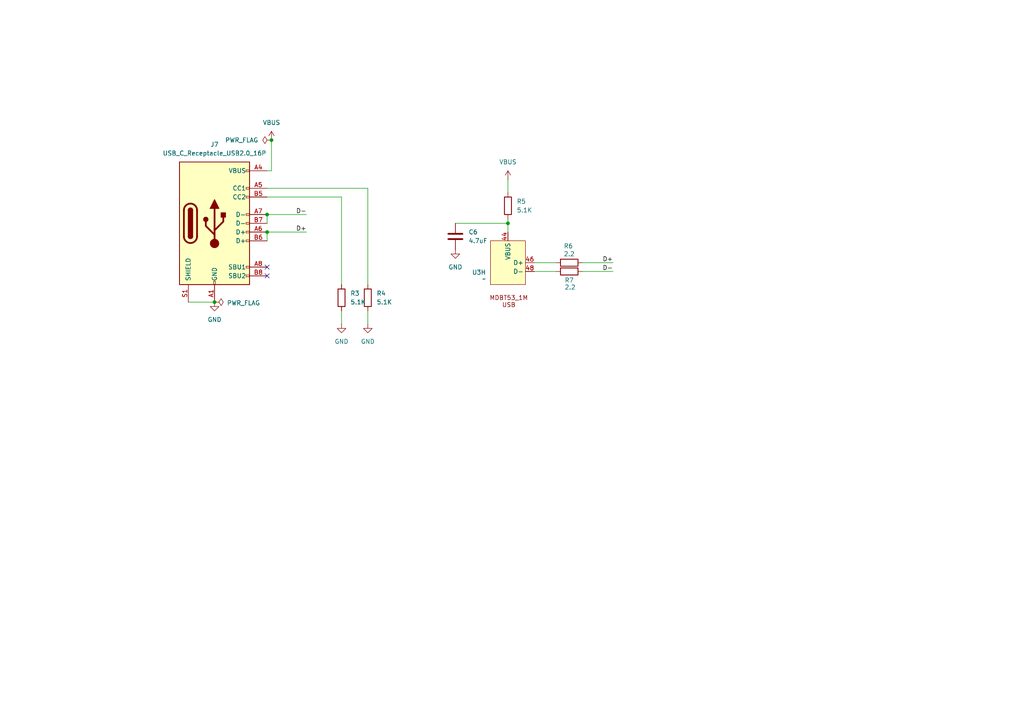
<source format=kicad_sch>
(kicad_sch (version 20231120) (generator "eeschema") (generator_version "8.0")
  (paper "A4")
  (lib_symbols
    (symbol "Connector:USB_C_Receptacle_USB2.0_16P" (pin_names (offset 1.016))
      (property "Reference" "J" (at 0 22.225 0))
      (property "Value" "USB_C_Receptacle_USB2.0_16P" (at 0 19.685 0))
      (symbol "USB_C_Receptacle_USB2.0_16P_0_0"
        (rectangle (start -0.254 -17.78) (end 0.254 -16.764))
        (rectangle (start 10.16 -14.986) (end 9.144 -15.494))
        (rectangle (start 10.16 -12.446) (end 9.144 -12.954))
        (rectangle (start 10.16 -4.826) (end 9.144 -5.334))
        (rectangle (start 10.16 -2.286) (end 9.144 -2.794))
        (rectangle (start 10.16 0.254) (end 9.144 -0.254))
        (rectangle (start 10.16 2.794) (end 9.144 2.286))
        (rectangle (start 10.16 7.874) (end 9.144 7.366))
        (rectangle (start 10.16 10.414) (end 9.144 9.906))
        (rectangle (start 10.16 15.494) (end 9.144 14.986))
      )
      (symbol "USB_C_Receptacle_USB2.0_16P_0_1"
        (rectangle (start -10.16 17.78) (end 10.16 -17.78) (stroke (width 0.254)) (fill (type background)))
        (arc (start -8.89 -3.81) (mid -6.985 -5.7067) (end -5.08 -3.81) (stroke (width 0.508)))
        (arc (start -7.62 -3.81) (mid -6.985 -4.4423) (end -6.35 -3.81) (stroke (width 0.254)))
        (arc (start -7.62 -3.81) (mid -6.985 -4.4423) (end -6.35 -3.81) (stroke (width 0.254)) (fill (type outline)))
        (rectangle (start -7.62 -3.81) (end -6.35 3.81) (stroke (width 0.254)) (fill (type outline)))
        (arc (start -6.35 3.81) (mid -6.985 4.4423) (end -7.62 3.81) (stroke (width 0.254)))
        (arc (start -6.35 3.81) (mid -6.985 4.4423) (end -7.62 3.81) (stroke (width 0.254)) (fill (type outline)))
        (arc (start -5.08 3.81) (mid -6.985 5.7067) (end -8.89 3.81) (stroke (width 0.508)))
        (circle (center -2.54 1.143) (radius 0.635) (stroke (width 0.254)) (fill (type outline)))
        (circle (center 0 -5.842) (radius 1.27) (fill (type outline)))
        (polyline (pts (xy -8.89 -3.81) (xy -8.89 3.81)) (stroke (width 0.508)))
        (polyline (pts (xy -5.08 3.81) (xy -5.08 -3.81)) (stroke (width 0.508)))
        (polyline (pts (xy 0 -5.842) (xy 0 4.318)) (stroke (width 0.508)))
        (polyline (pts (xy 0 -3.302) (xy -2.54 -0.762) (xy -2.54 0.508)) (stroke (width 0.508)))
        (polyline (pts (xy 0 -2.032) (xy 2.54 0.508) (xy 2.54 1.778)) (stroke (width 0.508)))
        (polyline (pts (xy -1.27 4.318) (xy 0 6.858) (xy 1.27 4.318) (xy -1.27 4.318)) (stroke (width 0.254)) (fill (type outline)))
        (rectangle (start 1.905 1.778) (end 3.175 3.048) (stroke (width 0.254)) (fill (type outline)))
      )
      (symbol "USB_C_Receptacle_USB2.0_16P_1_1"
        (pin passive line (at 0 -22.86 90) (length 5.08) (name "GND") (number "A1"))
        (pin passive line (at 0 -22.86 90) (length 5.08) hide (name "GND") (number "A12"))
        (pin passive line (at 15.24 15.24 180) (length 5.08) (name "VBUS") (number "A4"))
        (pin bidirectional line (at 15.24 10.16 180) (length 5.08) (name "CC1") (number "A5"))
        (pin bidirectional line (at 15.24 -2.54 180) (length 5.08) (name "D+") (number "A6"))
        (pin bidirectional line (at 15.24 2.54 180) (length 5.08) (name "D-") (number "A7"))
        (pin bidirectional line (at 15.24 -12.7 180) (length 5.08) (name "SBU1") (number "A8"))
        (pin passive line (at 15.24 15.24 180) (length 5.08) hide (name "VBUS") (number "A9"))
        (pin passive line (at 0 -22.86 90) (length 5.08) hide (name "GND") (number "B1"))
        (pin passive line (at 0 -22.86 90) (length 5.08) hide (name "GND") (number "B12"))
        (pin passive line (at 15.24 15.24 180) (length 5.08) hide (name "VBUS") (number "B4"))
        (pin bidirectional line (at 15.24 7.62 180) (length 5.08) (name "CC2") (number "B5"))
        (pin bidirectional line (at 15.24 -5.08 180) (length 5.08) (name "D+") (number "B6"))
        (pin bidirectional line (at 15.24 0 180) (length 5.08) (name "D-") (number "B7"))
        (pin bidirectional line (at 15.24 -15.24 180) (length 5.08) (name "SBU2") (number "B8"))
        (pin passive line (at 15.24 15.24 180) (length 5.08) hide (name "VBUS") (number "B9"))
        (pin passive line (at -7.62 -22.86 90) (length 5.08) (name "SHIELD") (number "S1"))
      )
    )
    (symbol "David Brown Keyboard Parts:MDBT53_1M"
      (property "Reference" "U" (at 0 37.592 0))
      (symbol "MDBT53_1M_1_1"
        (rectangle (start -8.89 12.7) (end 11.43 -12.7) (fill (type background)))
        (text "MDBT53_1M\nPOWER" (at 0 2.032 0) (effects (font (size 1.27 1.27))))
        (pin power_in line (at -5.08 -15.24 90) (length 2.54) (name "GND1") (number "1"))
        (pin power_in line (at -2.54 -15.24 90) (length 2.54) (name "GND2") (number "24"))
        (pin power_in line (at -3.81 15.24 270) (length 2.54) (name "VDD") (number "38"))
        (pin power_in line (at 0 15.24 270) (length 2.54) (name "DCCH") (number "40"))
        (pin power_in line (at 3.81 15.24 270) (length 2.54) (name "VDDH") (number "41"))
        (pin power_in line (at 0 -15.24 90) (length 2.54) (name "GND3") (number "42"))
        (pin bidirectional line (at 13.97 5.08 180) (length 2.54) (name "DCCD") (number "50"))
        (pin bidirectional line (at 13.97 2.54 180) (length 2.54) (name "DECD") (number "52"))
        (pin bidirectional line (at 13.97 -2.54 180) (length 2.54) (name "DCC") (number "54"))
        (pin bidirectional line (at 13.97 -5.08 180) (length 2.54) (name "DECR") (number "58"))
        (pin power_in line (at 2.54 -15.24 90) (length 2.54) (name "GND4") (number "61"))
      )
      (symbol "MDBT53_1M_2_1"
        (rectangle (start -6.35 5.08) (end 6.35 -2.54) (fill (type background)))
        (text "MDBG53_1V_Clock\n" (at 0 10.414 0) (effects (font (size 1.27 1.27))))
        (pin bidirectional line (at -8.89 2.54 0) (length 2.54) (name "XL1/P0.00") (number "34"))
        (pin bidirectional line (at -8.89 0 0) (length 2.54) (name "XL2/P0.01") (number "36"))
      )
      (symbol "MDBT53_1M_3_1"
        (rectangle (start -8.89 12.7) (end 10.16 -12.7) (fill (type background)))
        (text "MDBT53_1M\nSWD" (at 0 6.604 0) (effects (font (size 1.27 1.27))))
        (pin power_in line (at 0 -15.24 90) (length 2.54) (name "GND1") (number "1"))
        (pin output line (at 12.7 -2.54 180) (length 2.54) (name "TRACEDATA0/P0.11") (number "17"))
        (pin input line (at 12.7 2.54 180) (length 2.54) (name "SWDCLK") (number "2"))
        (pin bidirectional line (at 12.7 0 180) (length 2.54) (name "SWDIO") (number "4"))
        (pin input line (at -11.43 0 0) (length 2.54) (name "RESET") (number "6"))
      )
      (symbol "MDBT53_1M_4_1"
        (rectangle (start -10.16 10.16) (end 10.16 -11.43) (fill (type background)))
        (text "MDBT53_1M\nQSPI" (at 0 16.51 0) (effects (font (size 1.27 1.27))))
        (pin output line (at 10.16 5.08 180) (length 2.54) (name "QSPI_CSN/P0.18") (number "16"))
        (pin output line (at 10.16 0 180) (length 2.54) (name "QSPI_0/P0.13") (number "21"))
        (pin output line (at 10.16 -5.08 180) (length 2.54) (name "QSPI_2/P0.15") (number "23"))
        (pin output line (at 10.16 7.62 180) (length 2.54) (name "QSPI_SCK/P0.17") (number "26"))
        (pin output line (at 10.16 -2.54 180) (length 2.54) (name "QSPI_1/P0.14") (number "27"))
        (pin output line (at 10.16 -7.62 180) (length 2.54) (name "QSPI_3/P0.16") (number "28"))
      )
      (symbol "MDBT53_1M_5_0"
        (pin bidirectional line (at 12.7 -20.32 180) (length 2.54) (name "P0.21") (number "12"))
        (pin bidirectional line (at 12.7 -17.78 180) (length 2.54) (name "P0.20") (number "13"))
        (pin bidirectional line (at 12.7 -15.24 180) (length 2.54) (name "P0.19") (number "14"))
        (pin bidirectional line (at 12.7 2.54 180) (length 2.54) (name "P0.12") (number "15"))
        (pin bidirectional line (at 12.7 7.62 180) (length 2.54) (name "P0.10") (number "18"))
        (pin bidirectional line (at 12.7 10.16 180) (length 2.54) (name "P0.09") (number "19"))
        (pin bidirectional line (at 12.7 -22.86 180) (length 2.54) (name "P0.22") (number "25"))
        (pin bidirectional line (at 12.7 12.7 180) (length 2.54) (name "P0.08") (number "29"))
        (pin bidirectional line (at 12.7 25.4 180) (length 2.54) (name "P0.03") (number "30"))
        (pin bidirectional line (at 12.7 27.94 180) (length 2.54) (name "P0.02") (number "32"))
        (pin bidirectional line (at 12.7 -45.72 180) (length 2.54) (name "P0.31") (number "56"))
        (pin bidirectional line (at 12.7 -43.18 180) (length 2.54) (name "P0.30") (number "57"))
        (pin bidirectional line (at 12.7 -25.4 180) (length 2.54) (name "P0.23") (number "62"))
        (pin bidirectional line (at 12.7 -40.64 180) (length 2.54) (name "P0.29") (number "65"))
        (pin bidirectional line (at 12.7 -27.94 180) (length 2.54) (name "P0.24") (number "8"))
      )
      (symbol "MDBT53_1M_5_1"
        (rectangle (start -10.16 35.56) (end 10.16 -48.26) (fill (type background)))
        (text "MDBT53_1M\nGPIO0" (at 0.254 41.148 0) (effects (font (size 1.27 1.27))))
        (text "P0.00 Unit B\nP0.01 Unit B" (at 2.54 31.75 0) (effects (font (size 1.27 1.27))))
        (text "P0.04 Unit G\nP0.05 Unit G\nP0.06 Unit G\nP0.07 Unit G" (at 2.54 19.304 0) (effects (font (size 1.27 1.27))))
        (text "P0.11 Unit C" (at 3.048 5.08 0) (effects (font (size 1.27 1.27))))
        (text "P0.13 Unit D\nP0.14 Unit D\nP0.15 Unit D\nP0.16 Unit D\nP0.17 Unit D\nP0.18 Unit D" (at 2.794 -7.62 0) (effects (font (size 1.27 1.27))))
        (text "P0.25 Unit G\nP0.26 Unit G\nP0.27 Unit G\nP0.28 Unit G" (at 3.048 -34.29 0) (effects (font (size 1.27 1.27))))
      )
      (symbol "MDBT53_1M_6_0"
        (pin bidirectional line (at 12.7 2.54 180) (length 2.54) (name "P1.06") (number "10"))
        (pin bidirectional line (at 12.7 7.62 180) (length 2.54) (name "P1.04") (number "11"))
        (pin bidirectional line (at 12.7 5.08 180) (length 2.54) (name "P1.05") (number "22"))
        (pin bidirectional line (at 12.7 -2.54 180) (length 2.54) (name "P1.08") (number "3"))
        (pin bidirectional line (at 12.7 10.16 180) (length 2.54) (name "P1.03") (number "31"))
        (pin bidirectional line (at 12.7 12.7 180) (length 2.54) (name "P1.02") (number "33"))
        (pin bidirectional line (at 12.7 15.24 180) (length 2.54) (name "P1.01") (number "43"))
        (pin bidirectional line (at 12.7 17.78 180) (length 2.54) (name "P1.00") (number "45"))
        (pin bidirectional line (at 12.7 -20.32 180) (length 2.54) (name "P1.15") (number "47"))
        (pin bidirectional line (at 12.7 -17.78 180) (length 2.54) (name "P1.14") (number "49"))
        (pin bidirectional line (at 12.7 -15.24 180) (length 2.54) (name "P1.13") (number "51"))
        (pin bidirectional line (at 12.7 -12.7 180) (length 2.54) (name "P1.12") (number "53"))
        (pin bidirectional line (at 12.7 -10.16 180) (length 2.54) (name "P1.11") (number "55"))
        (pin bidirectional line (at 12.7 -7.62 180) (length 2.54) (name "P1.10") (number "59"))
        (pin bidirectional line (at 12.7 0 180) (length 2.54) (name "P1.07") (number "63"))
        (pin bidirectional line (at 12.7 -5.08 180) (length 2.54) (name "P1.09") (number "64"))
      )
      (symbol "MDBT53_1M_6_1"
        (rectangle (start -10.16 20.32) (end 10.16 -22.86) (fill (type background)))
        (text "MDBT53_1M\nGPIO1" (at 0.508 27.686 0) (effects (font (size 1.27 1.27))))
      )
      (symbol "MDBT53_1M_7_0"
        (pin input line (at -12.7 0 0) (length 2.54) (name "AIN3/P0.07") (number "20"))
        (pin input line (at -12.7 2.54 0) (length 2.54) (name "AIN2/P0.06") (number "35"))
        (pin input line (at -12.7 7.62 0) (length 2.54) (name "AIN0/P0.04") (number "37"))
        (pin input line (at -12.7 5.08 0) (length 2.54) (name "AIN1/P0.05") (number "39"))
        (pin input line (at -12.7 -7.62 0) (length 2.54) (name "AIN6/P0.27") (number "5"))
        (pin input line (at -12.7 -10.16 0) (length 2.54) (name "AIN7/P0.28") (number "60"))
        (pin input line (at -12.7 -5.08 0) (length 2.54) (name "AIN5/P0.26") (number "7"))
        (pin input line (at -12.7 -2.54 0) (length 2.54) (name "AIN4/P0.25") (number "9"))
      )
      (symbol "MDBT53_1M_7_1"
        (rectangle (start -10.16 10.16) (end 10.16 -12.7) (fill (type background)))
        (text "MDBT53_1M\nAIN" (at -0.254 16.256 0) (effects (font (size 1.27 1.27))))
      )
      (symbol "MDBT53_1M_8_0"
        (pin power_out line (at 0 8.89 270) (length 2.54) (name "VBUS") (number "44"))
        (pin input line (at 7.62 0 180) (length 2.54) (name "D+") (number "46"))
        (pin input line (at 7.62 -2.54 180) (length 2.54) (name "D-") (number "48"))
      )
      (symbol "MDBT53_1M_8_1"
        (rectangle (start -5.08 6.35) (end 5.08 -6.35) (fill (type background)))
        (text "MDBT53_1M\nUSB" (at 0.254 -11.176 0) (effects (font (size 1.27 1.27))))
      )
    )
    (symbol "Device:C" (pin_numbers hide) (pin_names (offset 0.254))
      (property "Reference" "C" (at 0.635 2.54 0))
      (property "Value" "C" (at 0.635 -2.54 0))
      (symbol "C_0_1"
        (polyline (pts (xy -2.032 -0.762) (xy 2.032 -0.762)) (stroke (width 0.508)))
        (polyline (pts (xy -2.032 0.762) (xy 2.032 0.762)) (stroke (width 0.508)))
      )
      (symbol "C_1_1"
        (pin passive line (at 0 3.81 270) (length 2.794) (name "~") (number "1"))
        (pin passive line (at 0 -3.81 90) (length 2.794) (name "~") (number "2"))
      )
    )
    (symbol "Device:R" (pin_numbers hide) (pin_names (offset 0))
      (property "Reference" "R" (at 2.032 0 90))
      (property "Value" "R" (at 0 0 90))
      (symbol "R_0_1"
        (rectangle (start -1.016 -2.54) (end 1.016 2.54) (stroke (width 0.254)))
      )
      (symbol "R_1_1"
        (pin passive line (at 0 3.81 270) (length 1.27) (name "~") (number "1"))
        (pin passive line (at 0 -3.81 90) (length 1.27) (name "~") (number "2"))
      )
    )
    (symbol "power:GND" (power) (pin_numbers hide) (pin_names (offset 0) hide)
      (property "Value" "GND" (at 0 -3.81 0))
      (symbol "GND_0_1"
        (polyline (pts (xy 0 0) (xy 0 -1.27) (xy 1.27 -1.27) (xy 0 -2.54) (xy -1.27 -1.27) (xy 0 -1.27)))
      )
      (symbol "GND_1_1"
        (pin power_in line (at 0 0 270) (length 0) (name "~") (number "1"))
      )
    )
    (symbol "power:PWR_FLAG" (power) (pin_numbers hide) (pin_names (offset 0) hide)
      (property "Value" "PWR_FLAG" (at 0 3.81 0))
      (symbol "PWR_FLAG_0_0"
        (pin power_out line (at 0 0 90) (length 0) (name "~") (number "1"))
      )
      (symbol "PWR_FLAG_0_1"
        (polyline (pts (xy 0 0) (xy 0 1.27) (xy -1.016 1.905) (xy 0 2.54) (xy 1.016 1.905) (xy 0 1.27)))
      )
    )
    (symbol "power:VBUS" (power) (pin_numbers hide) (pin_names (offset 0) hide)
      (property "Value" "VBUS" (at 0 3.556 0))
      (symbol "VBUS_0_1"
        (polyline (pts (xy -0.762 1.27) (xy 0 2.54)))
        (polyline (pts (xy 0 0) (xy 0 2.54)))
        (polyline (pts (xy 0 2.54) (xy 0.762 1.27)))
      )
      (symbol "VBUS_1_1"
        (pin power_in line (at 0 0 90) (length 0) (name "~") (number "1"))
      )
    )
  )
  (junction (at 77.47 67.31))
  (junction (at 147.32 64.77))
  (junction (at 62.23 87.63))
  (junction (at 78.74 40.64))
  (junction (at 77.47 62.23))
  (no_connect (at 77.47 77.47))
  (no_connect (at 77.47 80.01))
  (wire (pts (xy 77.47 62.23) (xy 77.47 64.77)))
  (wire (pts (xy 106.68 90.17) (xy 106.68 93.98)))
  (wire (pts (xy 106.68 54.61) (xy 106.68 82.55)))
  (wire (pts (xy 54.61 87.63) (xy 62.23 87.63)))
  (wire (pts (xy 77.47 49.53) (xy 78.74 49.53)))
  (wire (pts (xy 77.47 57.15) (xy 99.06 57.15)))
  (wire (pts (xy 99.06 90.17) (xy 99.06 93.98)))
  (wire (pts (xy 99.06 57.15) (xy 99.06 82.55)))
  (wire (pts (xy 77.47 67.31) (xy 88.9 67.31)))
  (wire (pts (xy 147.32 64.77) (xy 147.32 67.31)))
  (wire (pts (xy 168.91 78.74) (xy 177.8 78.74)))
  (wire (pts (xy 77.47 67.31) (xy 77.47 69.85)))
  (wire (pts (xy 154.94 78.74) (xy 161.29 78.74)))
  (wire (pts (xy 154.94 76.2) (xy 161.29 76.2)))
  (wire (pts (xy 147.32 63.5) (xy 147.32 64.77)))
  (wire (pts (xy 168.91 76.2) (xy 177.8 76.2)))
  (wire (pts (xy 77.47 54.61) (xy 106.68 54.61)))
  (wire (pts (xy 78.74 49.53) (xy 78.74 40.64)))
  (wire (pts (xy 77.47 62.23) (xy 88.9 62.23)))
  (wire (pts (xy 132.08 64.77) (xy 147.32 64.77)))
  (wire (pts (xy 147.32 52.07) (xy 147.32 55.88)))
  (label "D-" (at 177.8 78.74 180))
  (label "D-" (at 88.9 62.23 180))
  (label "D+" (at 177.8 76.2 180))
  (label "D+" (at 88.9 67.31 180))
  (symbol (lib_id "Device:R") (at 165.1 76.2 90) (unit 1)
    (property "Reference" "R6" (at 164.846 71.374 90))
    (property "Value" "2.2" (at 165.1 73.66 90))
    (property "Footprint" "Resistor_SMD:R_0603_1608Metric" (effects (hide yes)))
    (property "Description" "Resistor" (effects (hide yes)))
  )
  (symbol (lib_id "Device:R") (at 106.68 86.36 0) (unit 1)
    (property "Reference" "R4" (at 109.22 85.0899 0) (effects (justify left)))
    (property "Value" "5.1K" (at 109.22 87.6299 0) (effects (justify left)))
    (property "Footprint" "Resistor_SMD:R_0603_1608Metric" (effects (hide yes)))
    (property "Description" "Resistor" (effects (hide yes)))
  )
  (symbol (lib_id "Device:R") (at 147.32 59.69 180) (unit 1)
    (property "Reference" "R5" (at 149.86 58.4199 0) (effects (justify right)))
    (property "Value" "5.1K" (at 149.86 60.9599 0) (effects (justify right)))
    (property "Footprint" "Resistor_SMD:R_0603_1608Metric" (effects (hide yes)))
    (property "Description" "Resistor" (effects (hide yes)))
  )
  (symbol (lib_id "Connector:USB_C_Receptacle_USB2.0_16P") (at 62.23 64.77 0) (unit 1)
    (property "Reference" "J7" (at 62.23 41.91 0))
    (property "Value" "USB_C_Receptacle_USB2.0_16P" (at 62.23 44.45 0))
    (property "Footprint" "Connector_USB:USB_C_Receptacle_GCT_USB4085" (effects (hide yes)))
    (property "Datasheet" "https://www.usb.org/sites/default/files/documents/usb_type-c.zip" (effects (hide yes)))
    (property "Description" "USB 2.0-only 16P Type-C Receptacle connector" (effects (hide yes)))
  )
  (symbol (lib_id "power:GND") (at 106.68 93.98 0) (unit 1)
    (property "Reference" "#PWR04" (effects (hide yes)))
    (property "Value" "GND" (at 106.68 99.06 0))
    (property "Description" "Power symbol creates a global label with name \"GND\" , ground" (effects (hide yes)))
  )
  (symbol (lib_id "David Brown Keyboard Parts:MDBT53_1M") (at 147.32 76.2 0) (unit 8)
    (property "Reference" "U3" (at 140.97 78.9999 0) (effects (justify right)))
    (property "Value" "~" (at 140.97 80.905 0) (effects (justify right)))
    (property "Footprint" "davidb-keyboard-foot:MDBT53_1M" (effects (hide yes)))
  )
  (symbol (lib_id "power:PWR_FLAG") (at 78.74 40.64 90) (unit 1)
    (property "Reference" "#FLG06" (effects (hide yes)))
    (property "Value" "PWR_FLAG" (at 74.93 40.6399 90) (effects (justify left)))
    (property "Description" "Special symbol for telling ERC where power comes from" (effects (hide yes)))
  )
  (symbol (lib_id "power:VBUS") (at 147.32 52.07 0) (unit 1)
    (property "Reference" "#PWR016" (effects (hide yes)))
    (property "Value" "VBUS" (at 147.32 46.99 0))
    (property "Description" "Power symbol creates a global label with name \"VBUS\"" (effects (hide yes)))
  )
  (symbol (lib_id "power:GND") (at 99.06 93.98 0) (unit 1)
    (property "Reference" "#PWR03" (effects (hide yes)))
    (property "Value" "GND" (at 99.06 99.06 0))
    (property "Description" "Power symbol creates a global label with name \"GND\" , ground" (effects (hide yes)))
  )
  (symbol (lib_id "power:VBUS") (at 78.74 40.64 0) (unit 1)
    (property "Reference" "#PWR02" (effects (hide yes)))
    (property "Value" "VBUS" (at 78.74 35.56 0))
    (property "Description" "Power symbol creates a global label with name \"VBUS\"" (effects (hide yes)))
  )
  (symbol (lib_id "Device:R") (at 99.06 86.36 0) (unit 1)
    (property "Reference" "R3" (at 101.6 85.0899 0) (effects (justify left)))
    (property "Value" "5.1K" (at 101.6 87.6299 0) (effects (justify left)))
    (property "Footprint" "Resistor_SMD:R_0603_1608Metric" (effects (hide yes)))
    (property "Description" "Resistor" (effects (hide yes)))
  )
  (symbol (lib_id "power:GND") (at 62.23 87.63 0) (unit 1)
    (property "Reference" "#PWR01" (effects (hide yes)))
    (property "Value" "GND" (at 62.23 92.71 0))
    (property "Description" "Power symbol creates a global label with name \"GND\" , ground" (effects (hide yes)))
  )
  (symbol (lib_id "Device:R") (at 165.1 78.74 90) (unit 1)
    (property "Reference" "R7" (at 165.1 81.28 90))
    (property "Value" "2.2" (at 165.354 83.312 90))
    (property "Footprint" "Resistor_SMD:R_0603_1608Metric" (effects (hide yes)))
    (property "Description" "Resistor" (effects (hide yes)))
  )
  (symbol (lib_id "power:PWR_FLAG") (at 62.23 87.63 270) (unit 1)
    (property "Reference" "#FLG07" (effects (hide yes)))
    (property "Value" "PWR_FLAG" (at 65.786 87.884 90) (effects (justify left)))
    (property "Description" "Special symbol for telling ERC where power comes from" (effects (hide yes)))
  )
  (symbol (lib_id "power:GND") (at 132.08 72.39 0) (unit 1)
    (property "Reference" "#PWR017" (effects (hide yes)))
    (property "Value" "GND" (at 132.08 77.47 0))
    (property "Description" "Power symbol creates a global label with name \"GND\" , ground" (effects (hide yes)))
  )
  (symbol (lib_id "Device:C") (at 132.08 68.58 0) (unit 1)
    (property "Reference" "C6" (at 135.89 67.3099 0) (effects (justify left)))
    (property "Value" "4.7uF" (at 135.89 69.8499 0) (effects (justify left)))
    (property "Footprint" "Capacitor_SMD:C_0603_1608Metric" (effects (hide yes)))
    (property "Description" "Unpolarized capacitor" (effects (hide yes)))
  )
)
</source>
